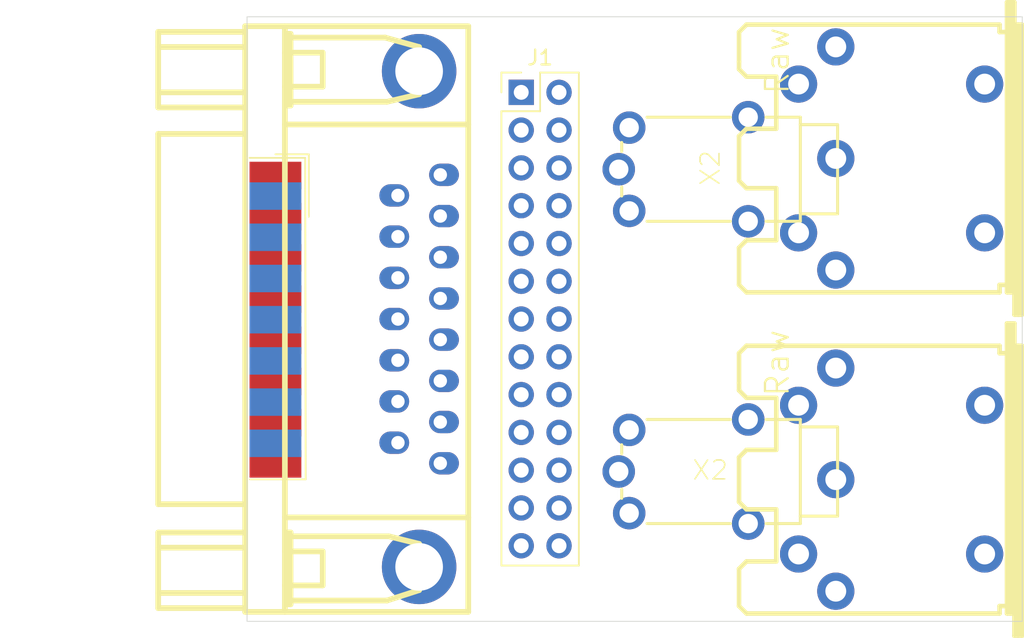
<source format=kicad_pcb>
(kicad_pcb (version 20171130) (host pcbnew "(5.1.9)-1")

  (general
    (thickness 1.6)
    (drawings 4)
    (tracks 0)
    (zones 0)
    (modules 7)
    (nets 67)
  )

  (page A4)
  (layers
    (0 F.Cu signal)
    (31 B.Cu signal)
    (32 B.Adhes user)
    (33 F.Adhes user)
    (34 B.Paste user)
    (35 F.Paste user)
    (36 B.SilkS user)
    (37 F.SilkS user)
    (38 B.Mask user)
    (39 F.Mask user)
    (40 Dwgs.User user)
    (41 Cmts.User user)
    (42 Eco1.User user)
    (43 Eco2.User user)
    (44 Edge.Cuts user)
    (45 Margin user)
    (46 B.CrtYd user)
    (47 F.CrtYd user)
    (48 B.Fab user)
    (49 F.Fab user)
  )

  (setup
    (last_trace_width 0.25)
    (trace_clearance 0.2)
    (zone_clearance 0.508)
    (zone_45_only no)
    (trace_min 0.2)
    (via_size 0.8)
    (via_drill 0.4)
    (via_min_size 0.4)
    (via_min_drill 0.3)
    (uvia_size 0.3)
    (uvia_drill 0.1)
    (uvias_allowed no)
    (uvia_min_size 0.2)
    (uvia_min_drill 0.1)
    (edge_width 0.05)
    (segment_width 0.2)
    (pcb_text_width 0.3)
    (pcb_text_size 1.5 1.5)
    (mod_edge_width 0.12)
    (mod_text_size 1 1)
    (mod_text_width 0.15)
    (pad_size 1.524 1.524)
    (pad_drill 0.762)
    (pad_to_mask_clearance 0)
    (aux_axis_origin 0 0)
    (visible_elements 7FFFFFFF)
    (pcbplotparams
      (layerselection 0x010fc_ffffffff)
      (usegerberextensions false)
      (usegerberattributes true)
      (usegerberadvancedattributes true)
      (creategerberjobfile true)
      (excludeedgelayer true)
      (linewidth 0.100000)
      (plotframeref false)
      (viasonmask false)
      (mode 1)
      (useauxorigin false)
      (hpglpennumber 1)
      (hpglpenspeed 20)
      (hpglpendiameter 15.000000)
      (psnegative false)
      (psa4output false)
      (plotreference true)
      (plotvalue true)
      (plotinvisibletext false)
      (padsonsilk false)
      (subtractmaskfromsilk false)
      (outputformat 1)
      (mirror false)
      (drillshape 1)
      (scaleselection 1)
      (outputdirectory ""))
  )

  (net 0 "")
  (net 1 "Net-(DB15_M1-Pad9)")
  (net 2 "Net-(DB15_M1-Pad10)")
  (net 3 "Net-(DB15_M1-Pad11)")
  (net 4 "Net-(DB15_M1-Pad12)")
  (net 5 "Net-(DB15_M1-Pad13)")
  (net 6 "Net-(DB15_M1-Pad14)")
  (net 7 "Net-(DB15_M1-Pad3)")
  (net 8 "Net-(DB15_M1-Pad2)")
  (net 9 "Net-(DB15_M1-Pad1)")
  (net 10 "Net-(DB15_M1-Pad15)")
  (net 11 "Net-(DB15_M1-Pad4)")
  (net 12 "Net-(DB15_M1-Pad5)")
  (net 13 "Net-(DB15_M1-Pad8)")
  (net 14 "Net-(DB15_M1-Pad7)")
  (net 15 "Net-(DB15_M1-Pad6)")
  (net 16 "Net-(DB15_Male_pads1-Pad1)")
  (net 17 "Net-(DB15_Male_pads1-Pad2)")
  (net 18 "Net-(DB15_Male_pads1-Pad3)")
  (net 19 "Net-(DB15_Male_pads1-Pad4)")
  (net 20 "Net-(DB15_Male_pads1-Pad5)")
  (net 21 "Net-(DB15_Male_pads1-Pad6)")
  (net 22 "Net-(DB15_Male_pads1-Pad7)")
  (net 23 "Net-(DB15_Male_pads1-Pad8)")
  (net 24 "Net-(DB15_Male_pads1-Pad14)")
  (net 25 "Net-(DB15_Male_pads1-Pad15)")
  (net 26 "Net-(MIDI_IN1-Pad5)")
  (net 27 "Net-(MIDI_IN1-Pad1)")
  (net 28 "Net-(MIDI_IN1-Pad2)")
  (net 29 "Net-(MIDI_IN1-Pad4)")
  (net 30 "Net-(MIDI_IN1-Pad3)")
  (net 31 "Net-(MIDI_OUT1-Pad5)")
  (net 32 "Net-(MIDI_OUT1-Pad1)")
  (net 33 "Net-(MIDI_OUT1-Pad2)")
  (net 34 "Net-(MIDI_OUT1-Pad4)")
  (net 35 "Net-(MIDI_OUT1-Pad3)")
  (net 36 "Net-(DB15_Male_pads1-Pad9)")
  (net 37 "Net-(DB15_Male_pads1-Pad10)")
  (net 38 "Net-(DB15_Male_pads1-Pad11)")
  (net 39 "Net-(DB15_Male_pads1-Pad12)")
  (net 40 "Net-(DB15_Male_pads1-Pad13)")
  (net 41 "Net-(J1-Pad1)")
  (net 42 "Net-(J1-Pad2)")
  (net 43 "Net-(J1-Pad3)")
  (net 44 "Net-(J1-Pad4)")
  (net 45 "Net-(J1-Pad5)")
  (net 46 "Net-(J1-Pad6)")
  (net 47 "Net-(J1-Pad7)")
  (net 48 "Net-(J1-Pad8)")
  (net 49 "Net-(J1-Pad9)")
  (net 50 "Net-(J1-Pad10)")
  (net 51 "Net-(J1-Pad11)")
  (net 52 "Net-(J1-Pad12)")
  (net 53 "Net-(J1-Pad13)")
  (net 54 "Net-(J1-Pad14)")
  (net 55 "Net-(J1-Pad15)")
  (net 56 "Net-(J1-Pad16)")
  (net 57 "Net-(J1-Pad17)")
  (net 58 "Net-(J1-Pad18)")
  (net 59 "Net-(J1-Pad19)")
  (net 60 "Net-(J1-Pad20)")
  (net 61 "Net-(J1-Pad21)")
  (net 62 "Net-(J1-Pad22)")
  (net 63 "Net-(J1-Pad23)")
  (net 64 "Net-(J1-Pad24)")
  (net 65 "Net-(J1-Pad25)")
  (net 66 "Net-(J1-Pad26)")

  (net_class Default "This is the default net class."
    (clearance 0.2)
    (trace_width 0.25)
    (via_dia 0.8)
    (via_drill 0.4)
    (uvia_dia 0.3)
    (uvia_drill 0.1)
    (add_net "Net-(DB15_M1-Pad1)")
    (add_net "Net-(DB15_M1-Pad10)")
    (add_net "Net-(DB15_M1-Pad11)")
    (add_net "Net-(DB15_M1-Pad12)")
    (add_net "Net-(DB15_M1-Pad13)")
    (add_net "Net-(DB15_M1-Pad14)")
    (add_net "Net-(DB15_M1-Pad15)")
    (add_net "Net-(DB15_M1-Pad2)")
    (add_net "Net-(DB15_M1-Pad3)")
    (add_net "Net-(DB15_M1-Pad4)")
    (add_net "Net-(DB15_M1-Pad5)")
    (add_net "Net-(DB15_M1-Pad6)")
    (add_net "Net-(DB15_M1-Pad7)")
    (add_net "Net-(DB15_M1-Pad8)")
    (add_net "Net-(DB15_M1-Pad9)")
    (add_net "Net-(DB15_Male_pads1-Pad1)")
    (add_net "Net-(DB15_Male_pads1-Pad10)")
    (add_net "Net-(DB15_Male_pads1-Pad11)")
    (add_net "Net-(DB15_Male_pads1-Pad12)")
    (add_net "Net-(DB15_Male_pads1-Pad13)")
    (add_net "Net-(DB15_Male_pads1-Pad14)")
    (add_net "Net-(DB15_Male_pads1-Pad15)")
    (add_net "Net-(DB15_Male_pads1-Pad2)")
    (add_net "Net-(DB15_Male_pads1-Pad3)")
    (add_net "Net-(DB15_Male_pads1-Pad4)")
    (add_net "Net-(DB15_Male_pads1-Pad5)")
    (add_net "Net-(DB15_Male_pads1-Pad6)")
    (add_net "Net-(DB15_Male_pads1-Pad7)")
    (add_net "Net-(DB15_Male_pads1-Pad8)")
    (add_net "Net-(DB15_Male_pads1-Pad9)")
    (add_net "Net-(J1-Pad1)")
    (add_net "Net-(J1-Pad10)")
    (add_net "Net-(J1-Pad11)")
    (add_net "Net-(J1-Pad12)")
    (add_net "Net-(J1-Pad13)")
    (add_net "Net-(J1-Pad14)")
    (add_net "Net-(J1-Pad15)")
    (add_net "Net-(J1-Pad16)")
    (add_net "Net-(J1-Pad17)")
    (add_net "Net-(J1-Pad18)")
    (add_net "Net-(J1-Pad19)")
    (add_net "Net-(J1-Pad2)")
    (add_net "Net-(J1-Pad20)")
    (add_net "Net-(J1-Pad21)")
    (add_net "Net-(J1-Pad22)")
    (add_net "Net-(J1-Pad23)")
    (add_net "Net-(J1-Pad24)")
    (add_net "Net-(J1-Pad25)")
    (add_net "Net-(J1-Pad26)")
    (add_net "Net-(J1-Pad3)")
    (add_net "Net-(J1-Pad4)")
    (add_net "Net-(J1-Pad5)")
    (add_net "Net-(J1-Pad6)")
    (add_net "Net-(J1-Pad7)")
    (add_net "Net-(J1-Pad8)")
    (add_net "Net-(J1-Pad9)")
    (add_net "Net-(MIDI_IN1-Pad1)")
    (add_net "Net-(MIDI_IN1-Pad2)")
    (add_net "Net-(MIDI_IN1-Pad3)")
    (add_net "Net-(MIDI_IN1-Pad4)")
    (add_net "Net-(MIDI_IN1-Pad5)")
    (add_net "Net-(MIDI_OUT1-Pad1)")
    (add_net "Net-(MIDI_OUT1-Pad2)")
    (add_net "Net-(MIDI_OUT1-Pad3)")
    (add_net "Net-(MIDI_OUT1-Pad4)")
    (add_net "Net-(MIDI_OUT1-Pad5)")
  )

  (module Sebs:mj-2135-MJ-2135 (layer F.Cu) (tedit 5FFA9E21) (tstamp 6028D42C)
    (at 94.615 133.35 270)
    (attr virtual)
    (fp_text reference X2 (at 0 0 180) (layer F.SilkS)
      (effects (font (size 1.27 1.27) (thickness 0.1016)))
    )
    (fp_text value Raw (at -7.2 -4.5 90) (layer F.SilkS)
      (effects (font (size 1.524 1.524) (thickness 0.15)))
    )
    (fp_line (start 1.28778 5.94868) (end 1.88976 5.94868) (layer F.SilkS) (width 0.2032))
    (fp_line (start -1.70942 5.94868) (end -1.10998 5.94868) (layer F.SilkS) (width 0.2032))
    (fp_line (start 3.58902 -6.04774) (end 3.58902 -3.74904) (layer F.SilkS) (width 0.2032))
    (fp_line (start -3.40868 -3.74904) (end -3.40868 -6.04774) (layer F.SilkS) (width 0.2032))
    (fp_line (start -3.40868 -1.34874) (end -3.40868 4.24942) (layer F.SilkS) (width 0.2032))
    (fp_line (start 3.58902 4.24942) (end 3.58902 -1.34874) (layer F.SilkS) (width 0.2032))
    (fp_line (start 3.08864 -8.54964) (end 3.08864 -6.04774) (layer F.SilkS) (width 0.2032))
    (fp_line (start -2.9083 -8.54964) (end 3.08864 -8.54964) (layer F.SilkS) (width 0.2032))
    (fp_line (start -2.9083 -6.04774) (end -2.9083 -8.54964) (layer F.SilkS) (width 0.2032))
    (fp_line (start -2.9083 -6.04774) (end -3.40868 -6.04774) (layer F.SilkS) (width 0.2032))
    (fp_line (start 3.08864 -6.04774) (end -2.9083 -6.04774) (layer F.SilkS) (width 0.2032))
    (fp_line (start 3.58902 -6.04774) (end 3.08864 -6.04774) (layer F.SilkS) (width 0.2032))
    (pad P$1 thru_hole circle (at 0.0889 6.14934 270) (size 2.18186 2.18186) (drill 1.29794) (layers *.Cu *.Mask F.Paste))
    (pad P$2 thru_hole circle (at 2.88798 5.4483 270) (size 2.18186 2.18186) (drill 1.29794) (layers *.Cu *.Mask F.Paste))
    (pad P$3 thru_hole circle (at -2.70764 5.4483 270) (size 2.18186 2.18186) (drill 1.29794) (layers *.Cu *.Mask F.Paste))
    (pad P$4 thru_hole circle (at -3.40868 -2.54762 270) (size 2.18186 2.18186) (drill 1.29794) (layers *.Cu *.Mask F.Paste))
    (pad P$5 thru_hole circle (at 3.58902 -2.54762 270) (size 2.18186 2.18186) (drill 1.29794) (layers *.Cu *.Mask F.Paste))
    (pad "" np_thru_hole circle (at 0.07 -4.09 270) (size 1.5 1.5) (drill 1.5) (layers *.Cu *.Mask))
    (pad "" np_thru_hole circle (at 0.06 2.92 270) (size 1.5 1.5) (drill 1.5) (layers *.Cu *.Mask))
  )

  (module Sebs:mj-2135-MJ-2135 (layer F.Cu) (tedit 5FFA9E21) (tstamp 60289866)
    (at 94.615 113.03 270)
    (attr virtual)
    (fp_text reference X2 (at 0 0 270) (layer F.SilkS)
      (effects (font (size 1.27 1.27) (thickness 0.1016)))
    )
    (fp_text value Raw (at -7.2 -4.5 90) (layer F.SilkS)
      (effects (font (size 1.524 1.524) (thickness 0.15)))
    )
    (fp_line (start 3.58902 -6.04774) (end 3.08864 -6.04774) (layer F.SilkS) (width 0.2032))
    (fp_line (start 3.08864 -6.04774) (end -2.9083 -6.04774) (layer F.SilkS) (width 0.2032))
    (fp_line (start -2.9083 -6.04774) (end -3.40868 -6.04774) (layer F.SilkS) (width 0.2032))
    (fp_line (start -2.9083 -6.04774) (end -2.9083 -8.54964) (layer F.SilkS) (width 0.2032))
    (fp_line (start -2.9083 -8.54964) (end 3.08864 -8.54964) (layer F.SilkS) (width 0.2032))
    (fp_line (start 3.08864 -8.54964) (end 3.08864 -6.04774) (layer F.SilkS) (width 0.2032))
    (fp_line (start 3.58902 4.24942) (end 3.58902 -1.34874) (layer F.SilkS) (width 0.2032))
    (fp_line (start -3.40868 -1.34874) (end -3.40868 4.24942) (layer F.SilkS) (width 0.2032))
    (fp_line (start -3.40868 -3.74904) (end -3.40868 -6.04774) (layer F.SilkS) (width 0.2032))
    (fp_line (start 3.58902 -6.04774) (end 3.58902 -3.74904) (layer F.SilkS) (width 0.2032))
    (fp_line (start -1.70942 5.94868) (end -1.10998 5.94868) (layer F.SilkS) (width 0.2032))
    (fp_line (start 1.28778 5.94868) (end 1.88976 5.94868) (layer F.SilkS) (width 0.2032))
    (pad "" np_thru_hole circle (at 0.06 2.92 270) (size 1.5 1.5) (drill 1.5) (layers *.Cu *.Mask))
    (pad "" np_thru_hole circle (at 0.07 -4.09 270) (size 1.5 1.5) (drill 1.5) (layers *.Cu *.Mask))
    (pad P$5 thru_hole circle (at 3.58902 -2.54762 270) (size 2.18186 2.18186) (drill 1.29794) (layers *.Cu *.Mask F.Paste))
    (pad P$4 thru_hole circle (at -3.40868 -2.54762 270) (size 2.18186 2.18186) (drill 1.29794) (layers *.Cu *.Mask F.Paste))
    (pad P$3 thru_hole circle (at -2.70764 5.4483 270) (size 2.18186 2.18186) (drill 1.29794) (layers *.Cu *.Mask F.Paste))
    (pad P$2 thru_hole circle (at 2.88798 5.4483 270) (size 2.18186 2.18186) (drill 1.29794) (layers *.Cu *.Mask F.Paste))
    (pad P$1 thru_hole circle (at 0.0889 6.14934 270) (size 2.18186 2.18186) (drill 1.29794) (layers *.Cu *.Mask F.Paste))
  )

  (module Pin_Headers:Pin_Header_Straight_2x13_Pitch2.54mm (layer F.Cu) (tedit 59650532) (tstamp 60288B4C)
    (at 81.915 107.95)
    (descr "Through hole straight pin header, 2x13, 2.54mm pitch, double rows")
    (tags "Through hole pin header THT 2x13 2.54mm double row")
    (path /602C4ADD)
    (fp_text reference J1 (at 1.27 -2.33) (layer F.SilkS)
      (effects (font (size 1 1) (thickness 0.15)))
    )
    (fp_text value Wavetable (at 1.27 32.81) (layer F.Fab)
      (effects (font (size 1 1) (thickness 0.15)))
    )
    (fp_line (start 0 -1.27) (end 3.81 -1.27) (layer F.Fab) (width 0.1))
    (fp_line (start 3.81 -1.27) (end 3.81 31.75) (layer F.Fab) (width 0.1))
    (fp_line (start 3.81 31.75) (end -1.27 31.75) (layer F.Fab) (width 0.1))
    (fp_line (start -1.27 31.75) (end -1.27 0) (layer F.Fab) (width 0.1))
    (fp_line (start -1.27 0) (end 0 -1.27) (layer F.Fab) (width 0.1))
    (fp_line (start -1.33 31.81) (end 3.87 31.81) (layer F.SilkS) (width 0.12))
    (fp_line (start -1.33 1.27) (end -1.33 31.81) (layer F.SilkS) (width 0.12))
    (fp_line (start 3.87 -1.33) (end 3.87 31.81) (layer F.SilkS) (width 0.12))
    (fp_line (start -1.33 1.27) (end 1.27 1.27) (layer F.SilkS) (width 0.12))
    (fp_line (start 1.27 1.27) (end 1.27 -1.33) (layer F.SilkS) (width 0.12))
    (fp_line (start 1.27 -1.33) (end 3.87 -1.33) (layer F.SilkS) (width 0.12))
    (fp_line (start -1.33 0) (end -1.33 -1.33) (layer F.SilkS) (width 0.12))
    (fp_line (start -1.33 -1.33) (end 0 -1.33) (layer F.SilkS) (width 0.12))
    (fp_line (start -1.8 -1.8) (end -1.8 32.25) (layer F.CrtYd) (width 0.05))
    (fp_line (start -1.8 32.25) (end 4.35 32.25) (layer F.CrtYd) (width 0.05))
    (fp_line (start 4.35 32.25) (end 4.35 -1.8) (layer F.CrtYd) (width 0.05))
    (fp_line (start 4.35 -1.8) (end -1.8 -1.8) (layer F.CrtYd) (width 0.05))
    (fp_text user %R (at 1.27 15.24 90) (layer F.Fab)
      (effects (font (size 1 1) (thickness 0.15)))
    )
    (pad 1 thru_hole rect (at 0 0) (size 1.7 1.7) (drill 1) (layers *.Cu *.Mask)
      (net 41 "Net-(J1-Pad1)"))
    (pad 2 thru_hole oval (at 2.54 0) (size 1.7 1.7) (drill 1) (layers *.Cu *.Mask)
      (net 42 "Net-(J1-Pad2)"))
    (pad 3 thru_hole oval (at 0 2.54) (size 1.7 1.7) (drill 1) (layers *.Cu *.Mask)
      (net 43 "Net-(J1-Pad3)"))
    (pad 4 thru_hole oval (at 2.54 2.54) (size 1.7 1.7) (drill 1) (layers *.Cu *.Mask)
      (net 44 "Net-(J1-Pad4)"))
    (pad 5 thru_hole oval (at 0 5.08) (size 1.7 1.7) (drill 1) (layers *.Cu *.Mask)
      (net 45 "Net-(J1-Pad5)"))
    (pad 6 thru_hole oval (at 2.54 5.08) (size 1.7 1.7) (drill 1) (layers *.Cu *.Mask)
      (net 46 "Net-(J1-Pad6)"))
    (pad 7 thru_hole oval (at 0 7.62) (size 1.7 1.7) (drill 1) (layers *.Cu *.Mask)
      (net 47 "Net-(J1-Pad7)"))
    (pad 8 thru_hole oval (at 2.54 7.62) (size 1.7 1.7) (drill 1) (layers *.Cu *.Mask)
      (net 48 "Net-(J1-Pad8)"))
    (pad 9 thru_hole oval (at 0 10.16) (size 1.7 1.7) (drill 1) (layers *.Cu *.Mask)
      (net 49 "Net-(J1-Pad9)"))
    (pad 10 thru_hole oval (at 2.54 10.16) (size 1.7 1.7) (drill 1) (layers *.Cu *.Mask)
      (net 50 "Net-(J1-Pad10)"))
    (pad 11 thru_hole oval (at 0 12.7) (size 1.7 1.7) (drill 1) (layers *.Cu *.Mask)
      (net 51 "Net-(J1-Pad11)"))
    (pad 12 thru_hole oval (at 2.54 12.7) (size 1.7 1.7) (drill 1) (layers *.Cu *.Mask)
      (net 52 "Net-(J1-Pad12)"))
    (pad 13 thru_hole oval (at 0 15.24) (size 1.7 1.7) (drill 1) (layers *.Cu *.Mask)
      (net 53 "Net-(J1-Pad13)"))
    (pad 14 thru_hole oval (at 2.54 15.24) (size 1.7 1.7) (drill 1) (layers *.Cu *.Mask)
      (net 54 "Net-(J1-Pad14)"))
    (pad 15 thru_hole oval (at 0 17.78) (size 1.7 1.7) (drill 1) (layers *.Cu *.Mask)
      (net 55 "Net-(J1-Pad15)"))
    (pad 16 thru_hole oval (at 2.54 17.78) (size 1.7 1.7) (drill 1) (layers *.Cu *.Mask)
      (net 56 "Net-(J1-Pad16)"))
    (pad 17 thru_hole oval (at 0 20.32) (size 1.7 1.7) (drill 1) (layers *.Cu *.Mask)
      (net 57 "Net-(J1-Pad17)"))
    (pad 18 thru_hole oval (at 2.54 20.32) (size 1.7 1.7) (drill 1) (layers *.Cu *.Mask)
      (net 58 "Net-(J1-Pad18)"))
    (pad 19 thru_hole oval (at 0 22.86) (size 1.7 1.7) (drill 1) (layers *.Cu *.Mask)
      (net 59 "Net-(J1-Pad19)"))
    (pad 20 thru_hole oval (at 2.54 22.86) (size 1.7 1.7) (drill 1) (layers *.Cu *.Mask)
      (net 60 "Net-(J1-Pad20)"))
    (pad 21 thru_hole oval (at 0 25.4) (size 1.7 1.7) (drill 1) (layers *.Cu *.Mask)
      (net 61 "Net-(J1-Pad21)"))
    (pad 22 thru_hole oval (at 2.54 25.4) (size 1.7 1.7) (drill 1) (layers *.Cu *.Mask)
      (net 62 "Net-(J1-Pad22)"))
    (pad 23 thru_hole oval (at 0 27.94) (size 1.7 1.7) (drill 1) (layers *.Cu *.Mask)
      (net 63 "Net-(J1-Pad23)"))
    (pad 24 thru_hole oval (at 2.54 27.94) (size 1.7 1.7) (drill 1) (layers *.Cu *.Mask)
      (net 64 "Net-(J1-Pad24)"))
    (pad 25 thru_hole oval (at 0 30.48) (size 1.7 1.7) (drill 1) (layers *.Cu *.Mask)
      (net 65 "Net-(J1-Pad25)"))
    (pad 26 thru_hole oval (at 2.54 30.48) (size 1.7 1.7) (drill 1) (layers *.Cu *.Mask)
      (net 66 "Net-(J1-Pad26)"))
    (model ${KISYS3DMOD}/Pin_Headers.3dshapes/Pin_Header_Straight_2x13_Pitch2.54mm.wrl
      (at (xyz 0 0 0))
      (scale (xyz 1 1 1))
      (rotate (xyz 0 0 0))
    )
  )

  (module Sebs:DSUB-15_Male_EdgeMount_P2.77mm (layer F.Cu) (tedit 600910E0) (tstamp 60097E05)
    (at 63.373 123.173 270)
    (descr "25-pin D-Sub connector, solder-cups edge-mounted, male, x-pin-pitch 2.77mm, distance of mounting holes 47.1mm, see https://disti-assets.s3.amazonaws.com/tonar/files/datasheets/16730.pdf")
    (tags "25-pin D-Sub connector edge mount solder cup male x-pin-pitch 2.77mm mounting holes distance 47.1mm")
    (path /602F6ED5)
    (attr smd)
    (fp_text reference DB15_Male_pads1 (at 0.254 -5.334 90) (layer F.SilkS) hide
      (effects (font (size 1 1) (thickness 0.15)))
    )
    (fp_text value DB15_Male (at 0.635 15.621 90) (layer F.Fab)
      (effects (font (size 1 1) (thickness 0.15)))
    )
    (fp_line (start -19.565 -0.042) (end 19.558 -0.042) (layer Dwgs.User) (width 0.05))
    (fp_line (start -11.058333 -4.272) (end -6.865 -4.272) (layer F.SilkS) (width 0.12))
    (fp_line (start -11.058333 -2.032) (end -11.058333 -4.272) (layer F.SilkS) (width 0.12))
    (fp_line (start -10.818333 -4.032) (end -10.818333 -0.292) (layer F.SilkS) (width 0.12))
    (fp_line (start 10.795 -4.064) (end -10.818333 -4.032) (layer F.SilkS) (width 0.12))
    (fp_line (start 10.795 -0.324) (end 10.795 -4.064) (layer F.SilkS) (width 0.12))
    (fp_line (start -11.065 -0.532) (end -11.065 -4.282) (layer F.CrtYd) (width 0.05))
    (fp_line (start -12.065 -0.532) (end -11.065 -0.532) (layer F.CrtYd) (width 0.05))
    (fp_line (start -12.065 2.268) (end -12.065 -0.532) (layer F.CrtYd) (width 0.05))
    (fp_line (start -13.065 2.268) (end -12.065 2.268) (layer F.CrtYd) (width 0.05))
    (fp_line (start -13.065 6.768) (end -13.065 2.268) (layer F.CrtYd) (width 0.05))
    (fp_line (start -20.065 6.768) (end -13.065 6.768) (layer F.CrtYd) (width 0.05))
    (fp_line (start -20.065 8.168) (end -20.065 6.768) (layer F.CrtYd) (width 0.05))
    (fp_line (start -12.665 8.168) (end -20.065 8.168) (layer F.CrtYd) (width 0.05))
    (fp_line (start -12.665 14.168) (end -12.665 8.168) (layer F.CrtYd) (width 0.05))
    (fp_line (start -11.065 -4.282) (end 11.192 -4.282) (layer F.CrtYd) (width 0.05))
    (fp_line (start 19.685 7.658) (end -19.565 7.658) (layer F.Fab) (width 0.1))
    (fp_line (start -12.165 7.658) (end -12.165 13.658) (layer F.Fab) (width 0.1))
    (fp_line (start -19.565 7.258) (end -19.565 7.658) (layer F.Fab) (width 0.1))
    (fp_line (start -12.565 2.758) (end -12.565 7.258) (layer F.Fab) (width 0.1))
    (fp_line (start 11.692 -0.042) (end -11.565 -0.042) (layer F.Fab) (width 0.1))
    (fp_line (start -11.565 2.758) (end 11.692 2.758) (layer F.Fab) (width 0.1))
    (fp_line (start -11.565 -0.042) (end -11.565 2.758) (layer F.Fab) (width 0.1))
    (fp_line (start 10.54 -0.042) (end 11.74 -0.042) (layer B.Fab) (width 0.1))
    (fp_line (start 10.54 -2.942) (end 10.54 -0.042) (layer B.Fab) (width 0.1))
    (fp_line (start 8.97 -2.942) (end 7.77 -2.942) (layer B.Fab) (width 0.1))
    (fp_line (start 8.97 -0.042) (end 8.97 -2.942) (layer B.Fab) (width 0.1))
    (fp_line (start 7.77 -0.042) (end 8.97 -0.042) (layer B.Fab) (width 0.1))
    (fp_line (start 7.77 -2.942) (end 7.77 -0.042) (layer B.Fab) (width 0.1))
    (fp_line (start 6.2 -2.942) (end 5 -2.942) (layer B.Fab) (width 0.1))
    (fp_line (start 6.2 -0.042) (end 6.2 -2.942) (layer B.Fab) (width 0.1))
    (fp_line (start 5 -0.042) (end 6.2 -0.042) (layer B.Fab) (width 0.1))
    (fp_line (start 5 -2.942) (end 5 -0.042) (layer B.Fab) (width 0.1))
    (fp_line (start 3.43 -2.942) (end 2.23 -2.942) (layer B.Fab) (width 0.1))
    (fp_line (start 3.43 -0.042) (end 3.43 -2.942) (layer B.Fab) (width 0.1))
    (fp_line (start 2.23 -0.042) (end 3.43 -0.042) (layer B.Fab) (width 0.1))
    (fp_line (start 2.23 -2.942) (end 2.23 -0.042) (layer B.Fab) (width 0.1))
    (fp_line (start 0.66 -2.942) (end -0.54 -2.942) (layer B.Fab) (width 0.1))
    (fp_line (start 0.66 -0.042) (end 0.66 -2.942) (layer B.Fab) (width 0.1))
    (fp_line (start -0.54 -0.042) (end 0.66 -0.042) (layer B.Fab) (width 0.1))
    (fp_line (start -0.54 -2.942) (end -0.54 -0.042) (layer B.Fab) (width 0.1))
    (fp_line (start -2.11 -2.942) (end -3.31 -2.942) (layer B.Fab) (width 0.1))
    (fp_line (start -2.11 -0.042) (end -2.11 -2.942) (layer B.Fab) (width 0.1))
    (fp_line (start -3.31 -0.042) (end -2.11 -0.042) (layer B.Fab) (width 0.1))
    (fp_line (start -3.31 -2.942) (end -3.31 -0.042) (layer B.Fab) (width 0.1))
    (fp_line (start -4.88 -2.942) (end -6.08 -2.942) (layer B.Fab) (width 0.1))
    (fp_line (start -4.88 -0.042) (end -4.88 -2.942) (layer B.Fab) (width 0.1))
    (fp_line (start -6.08 -0.042) (end -4.88 -0.042) (layer B.Fab) (width 0.1))
    (fp_line (start -6.08 -2.942) (end -6.08 -0.042) (layer B.Fab) (width 0.1))
    (fp_line (start -7.65 -2.942) (end -8.85 -2.942) (layer B.Fab) (width 0.1))
    (fp_line (start -7.65 -0.042) (end -7.65 -2.942) (layer B.Fab) (width 0.1))
    (fp_line (start -8.85 -0.042) (end -7.65 -0.042) (layer B.Fab) (width 0.1))
    (fp_line (start -8.85 -2.942) (end -8.85 -0.042) (layer B.Fab) (width 0.1))
    (fp_line (start 10.355 -2.942) (end 9.155 -2.942) (layer F.Fab) (width 0.1))
    (fp_line (start 10.355 -0.042) (end 10.355 -2.942) (layer F.Fab) (width 0.1))
    (fp_line (start 9.155 -0.042) (end 10.355 -0.042) (layer F.Fab) (width 0.1))
    (fp_line (start 9.155 -2.942) (end 9.155 -0.042) (layer F.Fab) (width 0.1))
    (fp_line (start 7.585 -2.942) (end 6.385 -2.942) (layer F.Fab) (width 0.1))
    (fp_line (start 7.585 -0.042) (end 7.585 -2.942) (layer F.Fab) (width 0.1))
    (fp_line (start 6.385 -0.042) (end 7.585 -0.042) (layer F.Fab) (width 0.1))
    (fp_line (start 6.385 -2.942) (end 6.385 -0.042) (layer F.Fab) (width 0.1))
    (fp_line (start 4.815 -2.942) (end 3.615 -2.942) (layer F.Fab) (width 0.1))
    (fp_line (start 4.815 -0.042) (end 4.815 -2.942) (layer F.Fab) (width 0.1))
    (fp_line (start 3.615 -0.042) (end 4.815 -0.042) (layer F.Fab) (width 0.1))
    (fp_line (start 3.615 -2.942) (end 3.615 -0.042) (layer F.Fab) (width 0.1))
    (fp_line (start 2.045 -2.942) (end 0.845 -2.942) (layer F.Fab) (width 0.1))
    (fp_line (start 2.045 -0.042) (end 2.045 -2.942) (layer F.Fab) (width 0.1))
    (fp_line (start 0.845 -0.042) (end 2.045 -0.042) (layer F.Fab) (width 0.1))
    (fp_line (start 0.845 -2.942) (end 0.845 -0.042) (layer F.Fab) (width 0.1))
    (fp_line (start -0.725 -2.942) (end -1.925 -2.942) (layer F.Fab) (width 0.1))
    (fp_line (start -0.725 -0.042) (end -0.725 -2.942) (layer F.Fab) (width 0.1))
    (fp_line (start -1.925 -0.042) (end -0.725 -0.042) (layer F.Fab) (width 0.1))
    (fp_line (start -1.925 -2.942) (end -1.925 -0.042) (layer F.Fab) (width 0.1))
    (fp_line (start -3.495 -2.942) (end -4.695 -2.942) (layer F.Fab) (width 0.1))
    (fp_line (start -3.495 -0.042) (end -3.495 -2.942) (layer F.Fab) (width 0.1))
    (fp_line (start -4.695 -0.042) (end -3.495 -0.042) (layer F.Fab) (width 0.1))
    (fp_line (start -4.695 -2.942) (end -4.695 -0.042) (layer F.Fab) (width 0.1))
    (fp_line (start -6.265 -2.942) (end -7.465 -2.942) (layer F.Fab) (width 0.1))
    (fp_line (start -6.265 -0.042) (end -6.265 -2.942) (layer F.Fab) (width 0.1))
    (fp_line (start -7.465 -0.042) (end -6.265 -0.042) (layer F.Fab) (width 0.1))
    (fp_line (start -7.465 -2.942) (end -7.465 -0.042) (layer F.Fab) (width 0.1))
    (fp_line (start -9.035 -2.942) (end -10.235 -2.942) (layer F.Fab) (width 0.1))
    (fp_line (start -9.035 -0.042) (end -9.035 -2.942) (layer F.Fab) (width 0.1))
    (fp_line (start -10.235 -0.042) (end -9.035 -0.042) (layer F.Fab) (width 0.1))
    (fp_line (start -10.235 -2.942) (end -10.235 -0.042) (layer F.Fab) (width 0.1))
    (fp_line (start 13.192 2.268) (end 13.192 6.768) (layer F.CrtYd) (width 0.05))
    (fp_line (start 19.692 7.658) (end 19.692 7.258) (layer F.Fab) (width 0.1))
    (fp_line (start 12.192 -0.532) (end 12.192 2.268) (layer F.CrtYd) (width 0.05))
    (fp_line (start 12.792 8.168) (end 12.792 14.168) (layer F.CrtYd) (width 0.05))
    (fp_line (start 11.692 2.758) (end 11.692 -0.042) (layer F.Fab) (width 0.1))
    (fp_line (start 20.192 6.768) (end 20.192 8.168) (layer F.CrtYd) (width 0.05))
    (fp_line (start 12.692 7.258) (end 12.692 2.758) (layer F.Fab) (width 0.1))
    (fp_line (start 11.192 -0.532) (end 12.192 -0.532) (layer F.CrtYd) (width 0.05))
    (fp_line (start 13.192 6.768) (end 20.192 6.768) (layer F.CrtYd) (width 0.05))
    (fp_line (start 11.192 -4.282) (end 11.192 -0.532) (layer F.CrtYd) (width 0.05))
    (fp_line (start 12.292 13.658) (end 12.292 7.658) (layer F.Fab) (width 0.1))
    (fp_line (start 20.192 8.168) (end 12.792 8.168) (layer F.CrtYd) (width 0.05))
    (fp_line (start 12.192 2.268) (end 13.192 2.268) (layer F.CrtYd) (width 0.05))
    (fp_line (start 19.685 7.258) (end -19.565 7.258) (layer F.Fab) (width 0.1))
    (fp_line (start 12.319 13.716) (end -12.065 13.716) (layer F.Fab) (width 0.1))
    (fp_line (start -12.665 14.168) (end 12.792 14.168) (layer F.CrtYd) (width 0.05))
    (fp_text user %R (at 6.985 1.358 90) (layer F.Fab)
      (effects (font (size 1 1) (thickness 0.15)))
    )
    (fp_text user "PCB edge" (at -14.565 -0.708667 90) (layer Dwgs.User)
      (effects (font (size 0.5 0.5) (thickness 0.075)))
    )
    (pad 1 smd rect (at -9.635 -2.032 270) (size 1.846667 3.48) (layers F.Cu F.Paste F.Mask)
      (net 16 "Net-(DB15_Male_pads1-Pad1)"))
    (pad 2 smd rect (at -6.865 -2.032 270) (size 1.846667 3.48) (layers F.Cu F.Paste F.Mask)
      (net 17 "Net-(DB15_Male_pads1-Pad2)"))
    (pad 3 smd rect (at -4.095 -2.032 270) (size 1.846667 3.48) (layers F.Cu F.Paste F.Mask)
      (net 18 "Net-(DB15_Male_pads1-Pad3)"))
    (pad 4 smd rect (at -1.325 -2.032 270) (size 1.846667 3.48) (layers F.Cu F.Paste F.Mask)
      (net 19 "Net-(DB15_Male_pads1-Pad4)"))
    (pad 5 smd rect (at 1.445 -2.032 270) (size 1.846667 3.48) (layers F.Cu F.Paste F.Mask)
      (net 20 "Net-(DB15_Male_pads1-Pad5)"))
    (pad 6 smd rect (at 4.215 -2.032 270) (size 1.846667 3.48) (layers F.Cu F.Paste F.Mask)
      (net 21 "Net-(DB15_Male_pads1-Pad6)"))
    (pad 7 smd rect (at 6.985 -2.032 270) (size 1.846667 3.48) (layers F.Cu F.Paste F.Mask)
      (net 22 "Net-(DB15_Male_pads1-Pad7)"))
    (pad 8 smd rect (at 9.755 -2.032 270) (size 1.846667 3.48) (layers F.Cu F.Paste F.Mask)
      (net 23 "Net-(DB15_Male_pads1-Pad8)"))
    (pad 9 smd rect (at -8.25 -2.032 270) (size 1.846667 3.48) (layers B.Cu B.Paste B.Mask)
      (net 36 "Net-(DB15_Male_pads1-Pad9)"))
    (pad 10 smd rect (at -5.48 -2.032 270) (size 1.846667 3.48) (layers B.Cu B.Paste B.Mask)
      (net 37 "Net-(DB15_Male_pads1-Pad10)"))
    (pad 11 smd rect (at -2.71 -2.032 270) (size 1.846667 3.48) (layers B.Cu B.Paste B.Mask)
      (net 38 "Net-(DB15_Male_pads1-Pad11)"))
    (pad 12 smd rect (at 0.06 -2.032 270) (size 1.846667 3.48) (layers B.Cu B.Paste B.Mask)
      (net 39 "Net-(DB15_Male_pads1-Pad12)"))
    (pad 13 smd rect (at 2.83 -2.032 270) (size 1.846667 3.48) (layers B.Cu B.Paste B.Mask)
      (net 40 "Net-(DB15_Male_pads1-Pad13)"))
    (pad 14 smd rect (at 5.6 -2.032 270) (size 1.846667 3.48) (layers B.Cu B.Paste B.Mask)
      (net 24 "Net-(DB15_Male_pads1-Pad14)"))
    (pad 15 smd rect (at 8.37 -2.032 270) (size 1.846667 3.48) (layers B.Cu B.Paste B.Mask)
      (net 25 "Net-(DB15_Male_pads1-Pad15)"))
    (model ${KISYS3DMOD}/Connector_Dsub.3dshapes/DSUB-25_Male_EdgeMount_P2.77mm.wrl
      (at (xyz 0 0 0))
      (scale (xyz 1 1 1))
      (rotate (xyz 0 0 0))
    )
  )

  (module conn_av:din-5 (layer F.Cu) (tedit 5B4C9AD9) (tstamp 60096548)
    (at 106.045 133.985 90)
    (descr "Din 5 (MIDI), Pro Signal P/N PSG03463")
    (path /602F9775)
    (fp_text reference MIDI_OUT1 (at 0 11 90) (layer F.SilkS) hide
      (effects (font (size 1.5 1.5) (thickness 0.3)))
    )
    (fp_text value DIN-5_180degree (at 0 -11 90) (layer F.SilkS) hide
      (effects (font (size 1.5 1.5) (thickness 0.3)))
    )
    (fp_line (start 10.50036 8.49884) (end 10.50036 8.99922) (layer F.SilkS) (width 0.3048))
    (fp_line (start -10.50036 9.4996) (end -10.50036 8.99922) (layer F.SilkS) (width 0.3048))
    (fp_line (start -8.49884 8.001) (end -8.49884 8.49884) (layer F.SilkS) (width 0.3048))
    (fp_line (start 8.49884 8.49884) (end 8.49884 8.001) (layer F.SilkS) (width 0.3048))
    (fp_line (start -8.99922 8.001) (end -8.49884 8.001) (layer F.SilkS) (width 0.3048))
    (fp_line (start 8.99922 8.001) (end 8.49884 8.001) (layer F.SilkS) (width 0.3048))
    (fp_line (start -8.99922 8.49884) (end 10.50036 8.49884) (layer F.SilkS) (width 0.3048))
    (fp_line (start -8.99922 8.99922) (end -8.99922 8.49884) (layer F.SilkS) (width 0.3048))
    (fp_line (start -10.50036 8.99922) (end -8.99922 8.99922) (layer F.SilkS) (width 0.3048))
    (fp_line (start 8.99922 9.4996) (end -10.50036 9.4996) (layer F.SilkS) (width 0.3048))
    (fp_line (start 8.99922 8.99922) (end 8.99922 9.4996) (layer F.SilkS) (width 0.3048))
    (fp_line (start 10.50036 8.99922) (end 8.99922 8.99922) (layer F.SilkS) (width 0.3048))
    (fp_line (start 1.99898 -8.99922) (end 1.99898 -7.00024) (layer F.SilkS) (width 0.3048))
    (fp_line (start 1.50114 -9.4996) (end 1.99898 -8.99922) (layer F.SilkS) (width 0.3048))
    (fp_line (start -1.50114 -9.4996) (end 1.50114 -9.4996) (layer F.SilkS) (width 0.3048))
    (fp_line (start -1.99898 -8.99922) (end -1.99898 -7.00024) (layer F.SilkS) (width 0.3048))
    (fp_line (start -1.50114 -9.4996) (end -1.99898 -8.99922) (layer F.SilkS) (width 0.3048))
    (fp_line (start 5.4991 -7.00024) (end 1.99898 -7.00024) (layer F.SilkS) (width 0.3048))
    (fp_line (start 5.4991 -8.99922) (end 5.4991 -7.00024) (layer F.SilkS) (width 0.3048))
    (fp_line (start 5.99948 -9.4996) (end 5.4991 -8.99922) (layer F.SilkS) (width 0.3048))
    (fp_line (start 6.49986 -9.4996) (end 5.99948 -9.4996) (layer F.SilkS) (width 0.3048))
    (fp_line (start 8.49884 -9.4996) (end 6.49986 -9.4996) (layer F.SilkS) (width 0.3048))
    (fp_line (start 8.99922 -8.99922) (end 8.49884 -9.4996) (layer F.SilkS) (width 0.3048))
    (fp_line (start 8.99922 -8.99922) (end 8.99922 8.001) (layer F.SilkS) (width 0.3048))
    (fp_line (start -5.4991 -7.00024) (end -1.99898 -7.00024) (layer F.SilkS) (width 0.3048))
    (fp_line (start -5.4991 -8.99922) (end -5.4991 -7.00024) (layer F.SilkS) (width 0.3048))
    (fp_line (start -5.99948 -9.4996) (end -5.4991 -8.99922) (layer F.SilkS) (width 0.3048))
    (fp_line (start -8.49884 -9.4996) (end -5.99948 -9.4996) (layer F.SilkS) (width 0.3048))
    (fp_line (start -8.99922 -8.99922) (end -8.49884 -9.4996) (layer F.SilkS) (width 0.3048))
    (fp_line (start -8.99922 -8.99922) (end -8.99922 8.001) (layer F.SilkS) (width 0.3048))
    (fp_line (start -10.50036 9.25068) (end 8.99922 9.25068) (layer F.SilkS) (width 0.3048))
    (fp_line (start 8.99922 8.99922) (end -8.99922 8.99922) (layer F.SilkS) (width 0.3048))
    (fp_line (start -8.99922 8.7503) (end 10.50036 8.7503) (layer F.SilkS) (width 0.3048))
    (pad 6 thru_hole circle (at -5 7 90) (size 2.5 2.5) (drill 1.4) (layers *.Cu *.Mask))
    (pad 6 thru_hole circle (at 5 7 90) (size 2.5 2.5) (drill 1.4) (layers *.Cu *.Mask))
    (pad 5 thru_hole circle (at -5 -5.5 90) (size 2.5 2.5) (drill 1.4) (layers *.Cu *.Mask)
      (net 31 "Net-(MIDI_OUT1-Pad5)"))
    (pad 1 thru_hole circle (at 7.5 -3 90) (size 2.5 2.5) (drill 1.4) (layers *.Cu *.Mask)
      (net 32 "Net-(MIDI_OUT1-Pad1)"))
    (pad 2 thru_hole circle (at 0 -3 90) (size 2.5 2.5) (drill 1.4) (layers *.Cu *.Mask)
      (net 33 "Net-(MIDI_OUT1-Pad2)"))
    (pad 4 thru_hole circle (at 5 -5.5 90) (size 2.5 2.5) (drill 1.4) (layers *.Cu *.Mask)
      (net 34 "Net-(MIDI_OUT1-Pad4)"))
    (pad 3 thru_hole circle (at -7.5 -3 90) (size 2.5 2.5) (drill 1.4) (layers *.Cu *.Mask)
      (net 35 "Net-(MIDI_OUT1-Pad3)"))
    (model walter/conn_av/din-5.wrl
      (at (xyz 0 0 0))
      (scale (xyz 1 1 1))
      (rotate (xyz 0 0 0))
    )
  )

  (module conn_av:din-5 (layer F.Cu) (tedit 5B4C9AD9) (tstamp 6009651C)
    (at 106.045 112.395 90)
    (descr "Din 5 (MIDI), Pro Signal P/N PSG03463")
    (path /602FA9C0)
    (fp_text reference MIDI_IN1 (at 0 11 90) (layer F.SilkS) hide
      (effects (font (size 1.5 1.5) (thickness 0.3)))
    )
    (fp_text value DIN-5_180degree (at 0 -11 90) (layer F.SilkS) hide
      (effects (font (size 1.5 1.5) (thickness 0.3)))
    )
    (fp_line (start 10.50036 8.49884) (end 10.50036 8.99922) (layer F.SilkS) (width 0.3048))
    (fp_line (start -10.50036 9.4996) (end -10.50036 8.99922) (layer F.SilkS) (width 0.3048))
    (fp_line (start -8.49884 8.001) (end -8.49884 8.49884) (layer F.SilkS) (width 0.3048))
    (fp_line (start 8.49884 8.49884) (end 8.49884 8.001) (layer F.SilkS) (width 0.3048))
    (fp_line (start -8.99922 8.001) (end -8.49884 8.001) (layer F.SilkS) (width 0.3048))
    (fp_line (start 8.99922 8.001) (end 8.49884 8.001) (layer F.SilkS) (width 0.3048))
    (fp_line (start -8.99922 8.49884) (end 10.50036 8.49884) (layer F.SilkS) (width 0.3048))
    (fp_line (start -8.99922 8.99922) (end -8.99922 8.49884) (layer F.SilkS) (width 0.3048))
    (fp_line (start -10.50036 8.99922) (end -8.99922 8.99922) (layer F.SilkS) (width 0.3048))
    (fp_line (start 8.99922 9.4996) (end -10.50036 9.4996) (layer F.SilkS) (width 0.3048))
    (fp_line (start 8.99922 8.99922) (end 8.99922 9.4996) (layer F.SilkS) (width 0.3048))
    (fp_line (start 10.50036 8.99922) (end 8.99922 8.99922) (layer F.SilkS) (width 0.3048))
    (fp_line (start 1.99898 -8.99922) (end 1.99898 -7.00024) (layer F.SilkS) (width 0.3048))
    (fp_line (start 1.50114 -9.4996) (end 1.99898 -8.99922) (layer F.SilkS) (width 0.3048))
    (fp_line (start -1.50114 -9.4996) (end 1.50114 -9.4996) (layer F.SilkS) (width 0.3048))
    (fp_line (start -1.99898 -8.99922) (end -1.99898 -7.00024) (layer F.SilkS) (width 0.3048))
    (fp_line (start -1.50114 -9.4996) (end -1.99898 -8.99922) (layer F.SilkS) (width 0.3048))
    (fp_line (start 5.4991 -7.00024) (end 1.99898 -7.00024) (layer F.SilkS) (width 0.3048))
    (fp_line (start 5.4991 -8.99922) (end 5.4991 -7.00024) (layer F.SilkS) (width 0.3048))
    (fp_line (start 5.99948 -9.4996) (end 5.4991 -8.99922) (layer F.SilkS) (width 0.3048))
    (fp_line (start 6.49986 -9.4996) (end 5.99948 -9.4996) (layer F.SilkS) (width 0.3048))
    (fp_line (start 8.49884 -9.4996) (end 6.49986 -9.4996) (layer F.SilkS) (width 0.3048))
    (fp_line (start 8.99922 -8.99922) (end 8.49884 -9.4996) (layer F.SilkS) (width 0.3048))
    (fp_line (start 8.99922 -8.99922) (end 8.99922 8.001) (layer F.SilkS) (width 0.3048))
    (fp_line (start -5.4991 -7.00024) (end -1.99898 -7.00024) (layer F.SilkS) (width 0.3048))
    (fp_line (start -5.4991 -8.99922) (end -5.4991 -7.00024) (layer F.SilkS) (width 0.3048))
    (fp_line (start -5.99948 -9.4996) (end -5.4991 -8.99922) (layer F.SilkS) (width 0.3048))
    (fp_line (start -8.49884 -9.4996) (end -5.99948 -9.4996) (layer F.SilkS) (width 0.3048))
    (fp_line (start -8.99922 -8.99922) (end -8.49884 -9.4996) (layer F.SilkS) (width 0.3048))
    (fp_line (start -8.99922 -8.99922) (end -8.99922 8.001) (layer F.SilkS) (width 0.3048))
    (fp_line (start -10.50036 9.25068) (end 8.99922 9.25068) (layer F.SilkS) (width 0.3048))
    (fp_line (start 8.99922 8.99922) (end -8.99922 8.99922) (layer F.SilkS) (width 0.3048))
    (fp_line (start -8.99922 8.7503) (end 10.50036 8.7503) (layer F.SilkS) (width 0.3048))
    (pad 6 thru_hole circle (at -5 7 90) (size 2.5 2.5) (drill 1.4) (layers *.Cu *.Mask))
    (pad 6 thru_hole circle (at 5 7 90) (size 2.5 2.5) (drill 1.4) (layers *.Cu *.Mask))
    (pad 5 thru_hole circle (at -5 -5.5 90) (size 2.5 2.5) (drill 1.4) (layers *.Cu *.Mask)
      (net 26 "Net-(MIDI_IN1-Pad5)"))
    (pad 1 thru_hole circle (at 7.5 -3 90) (size 2.5 2.5) (drill 1.4) (layers *.Cu *.Mask)
      (net 27 "Net-(MIDI_IN1-Pad1)"))
    (pad 2 thru_hole circle (at 0 -3 90) (size 2.5 2.5) (drill 1.4) (layers *.Cu *.Mask)
      (net 28 "Net-(MIDI_IN1-Pad2)"))
    (pad 4 thru_hole circle (at 5 -5.5 90) (size 2.5 2.5) (drill 1.4) (layers *.Cu *.Mask)
      (net 29 "Net-(MIDI_IN1-Pad4)"))
    (pad 3 thru_hole circle (at -7.5 -3 90) (size 2.5 2.5) (drill 1.4) (layers *.Cu *.Mask)
      (net 30 "Net-(MIDI_IN1-Pad3)"))
    (model walter/conn_av/din-5.wrl
      (at (xyz 0 0 0))
      (scale (xyz 1 1 1))
      (rotate (xyz 0 0 0))
    )
  )

  (module conn_dsub:DB_15M (layer F.Cu) (tedit 0) (tstamp 60096476)
    (at 67.945 123.19 270)
    (descr "D-SUB 15 pin plug, Tyco P/N 5747841-6")
    (path /602F4538)
    (fp_text reference DB15_M1 (at 0 7.62 90) (layer F.SilkS) hide
      (effects (font (size 1.524 1.524) (thickness 0.3048)))
    )
    (fp_text value DB15_Male (at 0 0 90) (layer F.SilkS) hide
      (effects (font (size 1.524 1.524) (thickness 0.3048)))
    )
    (fp_line (start -19.685 -10.414) (end -19.685 4.572) (layer F.SilkS) (width 0.381))
    (fp_line (start 19.685 4.572) (end 19.685 -10.414) (layer F.SilkS) (width 0.381))
    (fp_line (start 12.446 10.414) (end 12.446 4.572) (layer F.SilkS) (width 0.381))
    (fp_line (start -12.446 4.572) (end -12.446 10.414) (layer F.SilkS) (width 0.381))
    (fp_line (start -14.224 10.414) (end -14.224 4.699) (layer F.SilkS) (width 0.381))
    (fp_line (start -19.304 10.414) (end -14.224 10.414) (layer F.SilkS) (width 0.381))
    (fp_line (start -19.304 4.572) (end -19.304 10.414) (layer F.SilkS) (width 0.381))
    (fp_line (start 14.351 10.414) (end 19.431 10.414) (layer F.SilkS) (width 0.381))
    (fp_line (start 14.351 4.572) (end 14.351 10.414) (layer F.SilkS) (width 0.381))
    (fp_line (start 15.367 4.572) (end 15.367 10.414) (layer F.SilkS) (width 0.381))
    (fp_line (start 18.415 4.572) (end 18.415 10.414) (layer F.SilkS) (width 0.381))
    (fp_line (start -18.288 4.572) (end -18.288 10.414) (layer F.SilkS) (width 0.381))
    (fp_line (start -15.24 4.572) (end -15.24 10.414) (layer F.SilkS) (width 0.381))
    (fp_line (start -13.081 1.905) (end -13.081 -10.414) (layer F.SilkS) (width 0.381))
    (fp_line (start 13.335 1.905) (end 13.335 -10.414) (layer F.SilkS) (width 0.381))
    (fp_line (start -15.621 -0.635) (end -15.621 1.905) (layer F.SilkS) (width 0.381))
    (fp_line (start -17.907 -0.635) (end -15.621 -0.635) (layer F.SilkS) (width 0.381))
    (fp_line (start -17.907 1.905) (end -17.907 -0.635) (layer F.SilkS) (width 0.381))
    (fp_line (start 17.907 -0.635) (end 17.907 1.905) (layer F.SilkS) (width 0.381))
    (fp_line (start 15.621 -0.635) (end 17.907 -0.635) (layer F.SilkS) (width 0.381))
    (fp_line (start 15.621 1.905) (end 15.621 -0.635) (layer F.SilkS) (width 0.381))
    (fp_line (start -14.351 1.778) (end -14.351 1.524) (layer F.SilkS) (width 0.381))
    (fp_line (start -19.177 1.778) (end -14.351 1.778) (layer F.SilkS) (width 0.381))
    (fp_line (start -19.177 1.524) (end -19.177 1.778) (layer F.SilkS) (width 0.381))
    (fp_line (start -14.351 1.524) (end -19.177 1.524) (layer F.SilkS) (width 0.381))
    (fp_line (start 19.177 1.778) (end 19.177 1.524) (layer F.SilkS) (width 0.381))
    (fp_line (start 14.351 1.524) (end 14.351 1.778) (layer F.SilkS) (width 0.381))
    (fp_line (start -18.288 -7.112) (end -15.113 -7.112) (layer F.SilkS) (width 0.381))
    (fp_line (start -18.923 -4.826) (end -18.288 -7.112) (layer F.SilkS) (width 0.381))
    (fp_line (start -18.923 1.524) (end -18.923 -4.826) (layer F.SilkS) (width 0.381))
    (fp_line (start -14.605 -4.953) (end -14.605 1.524) (layer F.SilkS) (width 0.381))
    (fp_line (start -15.113 -7.112) (end -14.605 -4.953) (layer F.SilkS) (width 0.381))
    (fp_line (start 18.923 -4.953) (end 18.923 1.524) (layer F.SilkS) (width 0.381))
    (fp_line (start 14.605 1.524) (end 14.605 -5.08) (layer F.SilkS) (width 0.381))
    (fp_line (start 19.685 -10.414) (end -19.685 -10.414) (layer F.SilkS) (width 0.381))
    (fp_line (start 19.685 1.905) (end -19.685 1.905) (layer F.SilkS) (width 0.381))
    (fp_line (start -19.685 4.572) (end 19.685 4.572) (layer F.SilkS) (width 0.381))
    (fp_line (start 19.431 4.572) (end 19.431 10.414) (layer F.SilkS) (width 0.381))
    (fp_line (start 14.351 1.778) (end 19.177 1.778) (layer F.SilkS) (width 0.381))
    (fp_line (start 14.351 1.524) (end 14.351 1.778) (layer F.SilkS) (width 0.381))
    (fp_line (start 19.177 1.524) (end 14.351 1.524) (layer F.SilkS) (width 0.381))
    (fp_line (start 15.113 -7.112) (end 14.605 -5.08) (layer F.SilkS) (width 0.381))
    (fp_line (start 18.2245 -7.112) (end 15.113 -7.112) (layer F.SilkS) (width 0.381))
    (fp_line (start 18.923 -4.953) (end 18.2245 -7.112) (layer F.SilkS) (width 0.381))
    (fp_line (start 12.446 10.414) (end -12.446 10.414) (layer F.SilkS) (width 0.381))
    (pad 9 thru_hole oval (at -8.31088 -5.6896 270) (size 1.50114 1.99898) (drill 0.89916 (offset 0 0.24892)) (layers *.Cu *.Mask)
      (net 1 "Net-(DB15_M1-Pad9)"))
    (pad 10 thru_hole oval (at -5.53974 -5.6896 270) (size 1.50114 1.99898) (drill 0.89916 (offset 0 0.24892)) (layers *.Cu *.Mask)
      (net 2 "Net-(DB15_M1-Pad10)"))
    (pad 11 thru_hole oval (at -2.77114 -5.6896 270) (size 1.50114 1.99898) (drill 0.89916 (offset 0 0.24892)) (layers *.Cu *.Mask)
      (net 3 "Net-(DB15_M1-Pad11)"))
    (pad 12 thru_hole oval (at 0 -5.6896 270) (size 1.50114 1.99898) (drill 0.89916 (offset 0 0.24892)) (layers *.Cu *.Mask)
      (net 4 "Net-(DB15_M1-Pad12)"))
    (pad 13 thru_hole oval (at 2.77114 -5.6896 270) (size 1.50114 1.99898) (drill 0.89916 (offset 0 0.24892)) (layers *.Cu *.Mask)
      (net 5 "Net-(DB15_M1-Pad13)"))
    (pad 14 thru_hole oval (at 5.53974 -5.6896 270) (size 1.50114 1.99898) (drill 0.89916 (offset 0 0.24892)) (layers *.Cu *.Mask)
      (net 6 "Net-(DB15_M1-Pad14)"))
    (pad "" thru_hole circle (at -16.6624 -7.112 270) (size 5.00126 5.00126) (drill 3.2004) (layers *.Cu *.Mask))
    (pad 3 thru_hole oval (at -4.15544 -8.5344 270) (size 1.50114 1.99898) (drill 0.89916 (offset 0 -0.24892)) (layers *.Cu *.Mask)
      (net 7 "Net-(DB15_M1-Pad3)"))
    (pad 2 thru_hole oval (at -6.92404 -8.5344 270) (size 1.50114 1.99898) (drill 0.89916 (offset 0 -0.24892)) (layers *.Cu *.Mask)
      (net 8 "Net-(DB15_M1-Pad2)"))
    (pad 1 thru_hole oval (at -9.69518 -8.5344 270) (size 1.50114 1.99898) (drill 0.89916 (offset 0 -0.24892)) (layers *.Cu *.Mask)
      (net 9 "Net-(DB15_M1-Pad1)"))
    (pad 15 thru_hole oval (at 8.31088 -5.6896 270) (size 1.50114 1.99898) (drill 0.89916 (offset 0 0.24892)) (layers *.Cu *.Mask)
      (net 10 "Net-(DB15_M1-Pad15)"))
    (pad 4 thru_hole oval (at -1.3843 -8.5344 270) (size 1.50114 1.99898) (drill 0.89916 (offset 0 -0.24892)) (layers *.Cu *.Mask)
      (net 11 "Net-(DB15_M1-Pad4)"))
    (pad 5 thru_hole oval (at 1.3843 -8.5344 270) (size 1.50114 1.99898) (drill 0.89916 (offset 0 -0.24892)) (layers *.Cu *.Mask)
      (net 12 "Net-(DB15_M1-Pad5)"))
    (pad 8 thru_hole oval (at 9.69518 -8.5344 270) (size 1.50114 1.99898) (drill 0.89916 (offset 0 -0.24892)) (layers *.Cu *.Mask)
      (net 13 "Net-(DB15_M1-Pad8)"))
    (pad 7 thru_hole oval (at 6.92404 -8.5344 270) (size 1.50114 1.99898) (drill 0.89916 (offset 0 -0.24892)) (layers *.Cu *.Mask)
      (net 14 "Net-(DB15_M1-Pad7)"))
    (pad 6 thru_hole oval (at 4.15544 -8.5344 270) (size 1.50114 1.99898) (drill 0.89916 (offset 0 -0.24892)) (layers *.Cu *.Mask)
      (net 15 "Net-(DB15_M1-Pad6)"))
    (pad "" thru_hole circle (at 16.6624 -7.112 270) (size 5.00126 5.00126) (drill 3.2004) (layers *.Cu *.Mask))
    (model walter/conn_d-sub/db_15m.wrl
      (at (xyz 0 0 0))
      (scale (xyz 1 1 1))
      (rotate (xyz 0 0 0))
    )
  )

  (gr_line (start 115.57 102.87) (end 63.5 102.87) (layer Edge.Cuts) (width 0.05) (tstamp 60098712))
  (gr_line (start 115.57 143.51) (end 115.57 102.87) (layer Edge.Cuts) (width 0.05))
  (gr_line (start 63.5 143.51) (end 115.57 143.51) (layer Edge.Cuts) (width 0.05))
  (gr_line (start 63.5 102.87) (end 63.5 143.51) (layer Edge.Cuts) (width 0.05))

)

</source>
